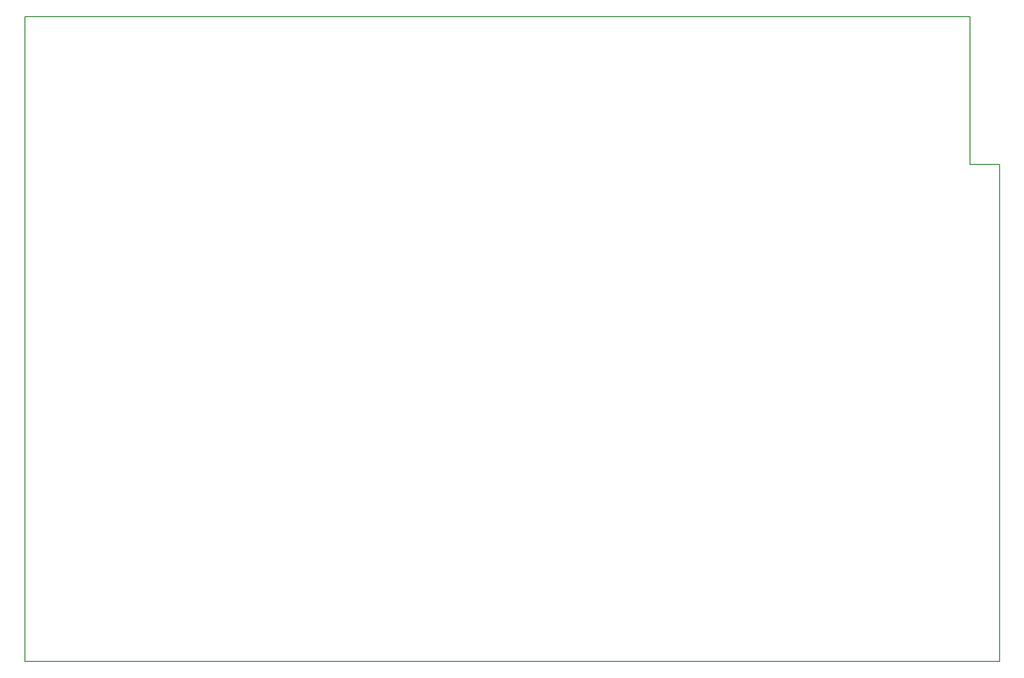
<source format=gm1>
G04 #@! TF.GenerationSoftware,KiCad,Pcbnew,(5.0.2)-1*
G04 #@! TF.CreationDate,2019-03-03T00:14:17+09:00*
G04 #@! TF.ProjectId,pakbd,70616b62-642e-46b6-9963-61645f706362,3*
G04 #@! TF.SameCoordinates,Original*
G04 #@! TF.FileFunction,Profile,NP*
%FSLAX46Y46*%
G04 Gerber Fmt 4.6, Leading zero omitted, Abs format (unit mm)*
G04 Created by KiCad (PCBNEW (5.0.2)-1) date 2019/03/03 0:14:17*
%MOMM*%
%LPD*%
G01*
G04 APERTURE LIST*
%ADD10C,0.150000*%
G04 APERTURE END LIST*
D10*
X174050000Y-44690000D02*
X178810000Y-44690000D01*
X174050000Y-20590000D02*
X174050000Y-44690000D01*
X19910000Y-125840000D02*
X178810000Y-125840000D01*
X19910000Y-20590000D02*
X174050000Y-20590000D01*
X178810000Y-44690000D02*
X178810000Y-125840000D01*
X19910000Y-20590000D02*
X19910000Y-125840000D01*
M02*

</source>
